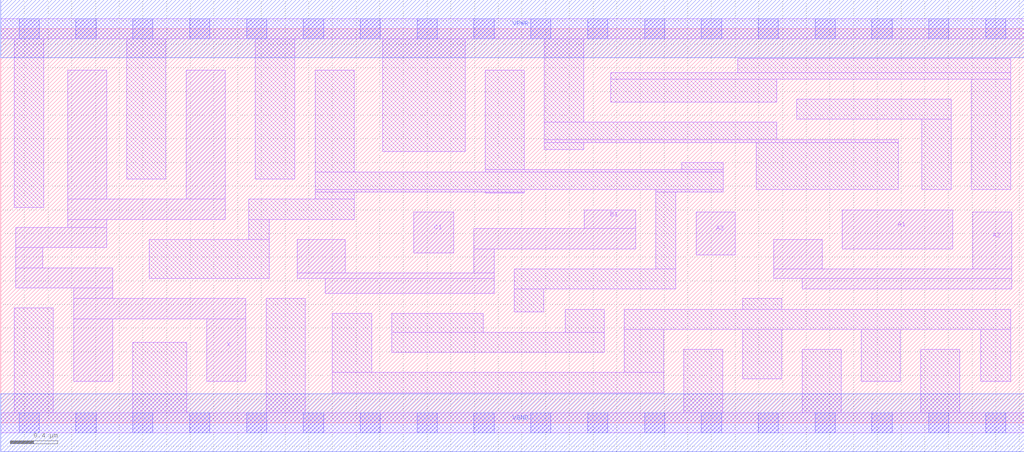
<source format=lef>
# Copyright 2020 The SkyWater PDK Authors
#
# Licensed under the Apache License, Version 2.0 (the "License");
# you may not use this file except in compliance with the License.
# You may obtain a copy of the License at
#
#     https://www.apache.org/licenses/LICENSE-2.0
#
# Unless required by applicable law or agreed to in writing, software
# distributed under the License is distributed on an "AS IS" BASIS,
# WITHOUT WARRANTIES OR CONDITIONS OF ANY KIND, either express or implied.
# See the License for the specific language governing permissions and
# limitations under the License.
#
# SPDX-License-Identifier: Apache-2.0

VERSION 5.7 ;
  NAMESCASESENSITIVE ON ;
  NOWIREEXTENSIONATPIN ON ;
  DIVIDERCHAR "/" ;
  BUSBITCHARS "[]" ;
UNITS
  DATABASE MICRONS 200 ;
END UNITS
MACRO sky130_fd_sc_hs__o311a_4
  CLASS CORE ;
  SOURCE USER ;
  FOREIGN sky130_fd_sc_hs__o311a_4 ;
  ORIGIN  0.000000  0.000000 ;
  SIZE  8.640000 BY  3.330000 ;
  SYMMETRY X Y ;
  SITE unit ;
  PIN A1
    ANTENNAGATEAREA  0.492000 ;
    DIRECTION INPUT ;
    USE SIGNAL ;
    PORT
      LAYER li1 ;
        RECT 7.105000 1.470000 8.035000 1.800000 ;
    END
  END A1
  PIN A2
    ANTENNAGATEAREA  0.492000 ;
    DIRECTION INPUT ;
    USE SIGNAL ;
    PORT
      LAYER li1 ;
        RECT 6.525000 1.220000 8.535000 1.300000 ;
        RECT 6.525000 1.300000 6.935000 1.550000 ;
        RECT 6.765000 1.130000 8.535000 1.220000 ;
        RECT 8.205000 1.300000 8.535000 1.780000 ;
    END
  END A2
  PIN A3
    ANTENNAGATEAREA  0.492000 ;
    DIRECTION INPUT ;
    USE SIGNAL ;
    PORT
      LAYER li1 ;
        RECT 5.870000 1.420000 6.200000 1.780000 ;
    END
  END A3
  PIN B1
    ANTENNAGATEAREA  0.492000 ;
    DIRECTION INPUT ;
    USE SIGNAL ;
    PORT
      LAYER li1 ;
        RECT 2.505000 1.220000 4.165000 1.265000 ;
        RECT 2.505000 1.265000 2.910000 1.550000 ;
        RECT 2.740000 1.095000 4.165000 1.220000 ;
        RECT 3.995000 1.265000 4.165000 1.470000 ;
        RECT 3.995000 1.470000 5.360000 1.640000 ;
        RECT 4.925000 1.640000 5.360000 1.800000 ;
    END
  END B1
  PIN C1
    ANTENNAGATEAREA  0.492000 ;
    DIRECTION INPUT ;
    USE SIGNAL ;
    PORT
      LAYER li1 ;
        RECT 3.485000 1.435000 3.825000 1.780000 ;
    END
  END C1
  PIN X
    ANTENNADIFFAREA  1.345400 ;
    DIRECTION OUTPUT ;
    USE SIGNAL ;
    PORT
      LAYER li1 ;
        RECT 0.125000 1.140000 0.945000 1.310000 ;
        RECT 0.125000 1.310000 0.355000 1.480000 ;
        RECT 0.125000 1.480000 0.895000 1.650000 ;
        RECT 0.565000 1.650000 0.895000 1.720000 ;
        RECT 0.565000 1.720000 1.895000 1.890000 ;
        RECT 0.565000 1.890000 0.895000 2.980000 ;
        RECT 0.615000 0.350000 0.945000 0.880000 ;
        RECT 0.615000 0.880000 2.070000 1.050000 ;
        RECT 0.615000 1.050000 0.945000 1.140000 ;
        RECT 1.565000 1.890000 1.895000 2.980000 ;
        RECT 1.740000 0.350000 2.070000 0.880000 ;
    END
  END X
  PIN VGND
    DIRECTION INOUT ;
    USE GROUND ;
    PORT
      LAYER met1 ;
        RECT 0.000000 -0.245000 8.640000 0.245000 ;
    END
  END VGND
  PIN VPWR
    DIRECTION INOUT ;
    USE POWER ;
    PORT
      LAYER met1 ;
        RECT 0.000000 3.085000 8.640000 3.575000 ;
    END
  END VPWR
  OBS
    LAYER li1 ;
      RECT 0.000000 -0.085000 8.640000 0.085000 ;
      RECT 0.000000  3.245000 8.640000 3.415000 ;
      RECT 0.115000  0.085000 0.445000 0.970000 ;
      RECT 0.115000  1.820000 0.365000 3.245000 ;
      RECT 1.065000  2.060000 1.395000 3.245000 ;
      RECT 1.115000  0.085000 1.570000 0.680000 ;
      RECT 1.255000  1.220000 2.265000 1.550000 ;
      RECT 2.095000  1.550000 2.265000 1.720000 ;
      RECT 2.095000  1.720000 2.985000 1.890000 ;
      RECT 2.150000  2.060000 2.480000 3.245000 ;
      RECT 2.240000  0.085000 2.570000 1.050000 ;
      RECT 2.655000  1.890000 2.985000 1.950000 ;
      RECT 2.655000  1.950000 4.420000 1.970000 ;
      RECT 2.655000  1.970000 6.100000 2.120000 ;
      RECT 2.655000  2.120000 2.985000 2.980000 ;
      RECT 2.800000  0.255000 5.595000 0.425000 ;
      RECT 2.800000  0.425000 3.130000 0.925000 ;
      RECT 3.225000  2.290000 3.920000 3.245000 ;
      RECT 3.300000  0.595000 5.095000 0.765000 ;
      RECT 3.300000  0.765000 4.075000 0.925000 ;
      RECT 4.090000  1.940000 4.420000 1.950000 ;
      RECT 4.090000  2.120000 6.100000 2.140000 ;
      RECT 4.090000  2.140000 4.420000 2.980000 ;
      RECT 4.335000  0.935000 4.585000 1.130000 ;
      RECT 4.335000  1.130000 5.700000 1.300000 ;
      RECT 4.590000  2.310000 4.920000 2.370000 ;
      RECT 4.590000  2.370000 7.575000 2.395000 ;
      RECT 4.590000  2.395000 6.550000 2.540000 ;
      RECT 4.590000  2.540000 4.920000 3.245000 ;
      RECT 4.765000  0.765000 5.095000 0.960000 ;
      RECT 5.150000  2.710000 6.550000 2.905000 ;
      RECT 5.150000  2.905000 8.525000 2.960000 ;
      RECT 5.265000  0.425000 5.595000 0.790000 ;
      RECT 5.265000  0.790000 8.525000 0.960000 ;
      RECT 5.530000  1.300000 5.700000 1.950000 ;
      RECT 5.530000  1.950000 6.100000 1.970000 ;
      RECT 5.750000  2.140000 6.100000 2.200000 ;
      RECT 5.765000  0.085000 6.095000 0.620000 ;
      RECT 6.220000  2.960000 8.525000 3.075000 ;
      RECT 6.265000  0.370000 6.595000 0.790000 ;
      RECT 6.265000  0.960000 6.595000 1.050000 ;
      RECT 6.380000  1.970000 7.575000 2.370000 ;
      RECT 6.720000  2.565000 8.025000 2.735000 ;
      RECT 6.765000  0.085000 7.095000 0.620000 ;
      RECT 7.265000  0.350000 7.595000 0.790000 ;
      RECT 7.765000  0.085000 8.095000 0.620000 ;
      RECT 7.775000  1.970000 8.025000 2.565000 ;
      RECT 8.195000  1.970000 8.525000 2.905000 ;
      RECT 8.275000  0.350000 8.525000 0.790000 ;
    LAYER mcon ;
      RECT 0.155000 -0.085000 0.325000 0.085000 ;
      RECT 0.155000  3.245000 0.325000 3.415000 ;
      RECT 0.635000 -0.085000 0.805000 0.085000 ;
      RECT 0.635000  3.245000 0.805000 3.415000 ;
      RECT 1.115000 -0.085000 1.285000 0.085000 ;
      RECT 1.115000  3.245000 1.285000 3.415000 ;
      RECT 1.595000 -0.085000 1.765000 0.085000 ;
      RECT 1.595000  3.245000 1.765000 3.415000 ;
      RECT 2.075000 -0.085000 2.245000 0.085000 ;
      RECT 2.075000  3.245000 2.245000 3.415000 ;
      RECT 2.555000 -0.085000 2.725000 0.085000 ;
      RECT 2.555000  3.245000 2.725000 3.415000 ;
      RECT 3.035000 -0.085000 3.205000 0.085000 ;
      RECT 3.035000  3.245000 3.205000 3.415000 ;
      RECT 3.515000 -0.085000 3.685000 0.085000 ;
      RECT 3.515000  3.245000 3.685000 3.415000 ;
      RECT 3.995000 -0.085000 4.165000 0.085000 ;
      RECT 3.995000  3.245000 4.165000 3.415000 ;
      RECT 4.475000 -0.085000 4.645000 0.085000 ;
      RECT 4.475000  3.245000 4.645000 3.415000 ;
      RECT 4.955000 -0.085000 5.125000 0.085000 ;
      RECT 4.955000  3.245000 5.125000 3.415000 ;
      RECT 5.435000 -0.085000 5.605000 0.085000 ;
      RECT 5.435000  3.245000 5.605000 3.415000 ;
      RECT 5.915000 -0.085000 6.085000 0.085000 ;
      RECT 5.915000  3.245000 6.085000 3.415000 ;
      RECT 6.395000 -0.085000 6.565000 0.085000 ;
      RECT 6.395000  3.245000 6.565000 3.415000 ;
      RECT 6.875000 -0.085000 7.045000 0.085000 ;
      RECT 6.875000  3.245000 7.045000 3.415000 ;
      RECT 7.355000 -0.085000 7.525000 0.085000 ;
      RECT 7.355000  3.245000 7.525000 3.415000 ;
      RECT 7.835000 -0.085000 8.005000 0.085000 ;
      RECT 7.835000  3.245000 8.005000 3.415000 ;
      RECT 8.315000 -0.085000 8.485000 0.085000 ;
      RECT 8.315000  3.245000 8.485000 3.415000 ;
  END
END sky130_fd_sc_hs__o311a_4
END LIBRARY

</source>
